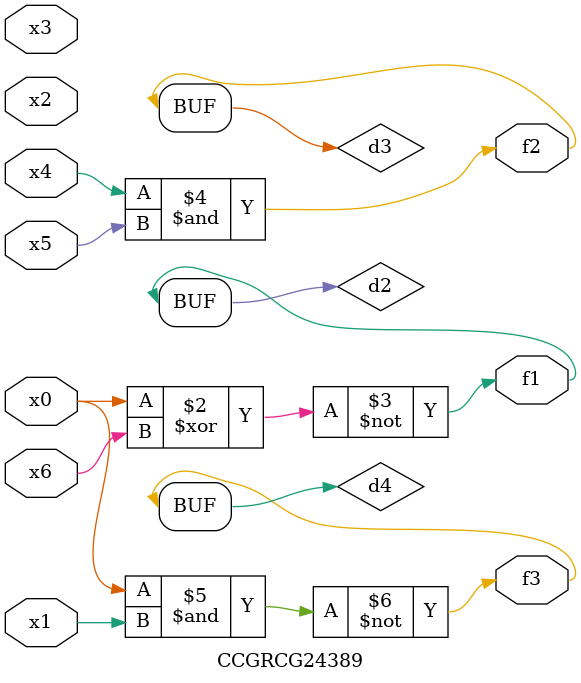
<source format=v>
module CCGRCG24389(
	input x0, x1, x2, x3, x4, x5, x6,
	output f1, f2, f3
);

	wire d1, d2, d3, d4;

	nor (d1, x0);
	xnor (d2, x0, x6);
	and (d3, x4, x5);
	nand (d4, x0, x1);
	assign f1 = d2;
	assign f2 = d3;
	assign f3 = d4;
endmodule

</source>
